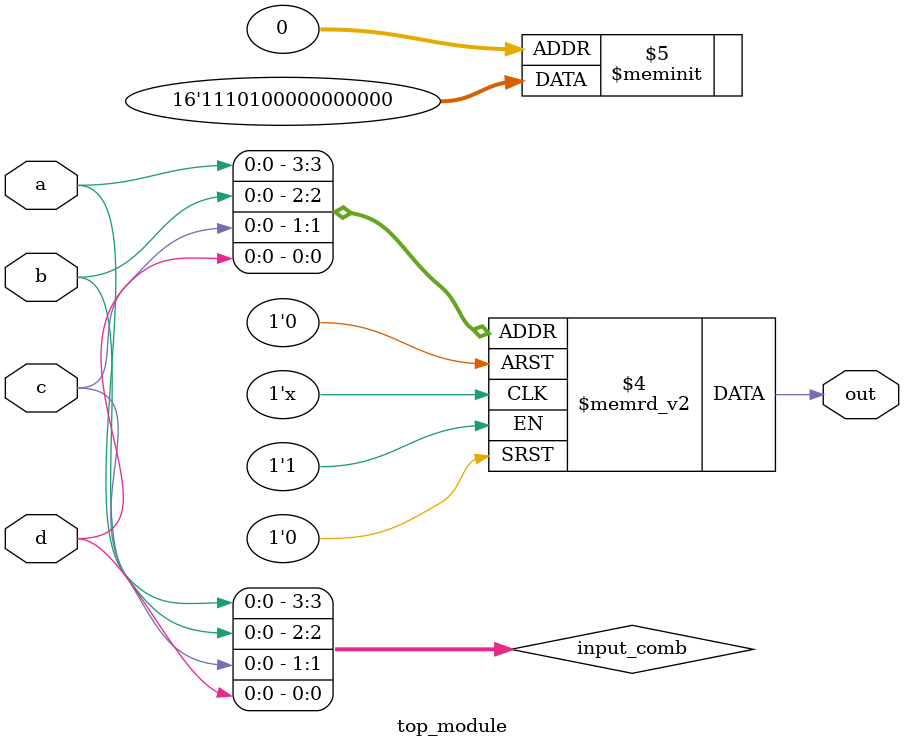
<source format=sv>
module top_module (
    input a, 
    input b,
    input c,
    input d,
    output reg out
);

// Input combination
reg [3:0] input_comb;

always @(a or b or c or d) begin
    // Combine the input bits into a 4-bit vector
    input_comb = {a, b, c, d};
    
    // Determine the output based on the input combination
    case(input_comb)
        4'b0000: out = 1'b0;
        4'b0001: out = 1'b0;
        4'b0010: out = 1'b0;
        4'b0011: out = 1'b0;
        4'b0100: out = 1'b0;
        4'b0101: out = 1'b0;
        4'b0110: out = 1'b0;
        4'b0111: out = 1'b0;
        4'b1000: out = 1'b0;
        4'b1001: out = 1'b0;
        4'b1010: out = 1'b0;
        4'b1011: out = 1'b1;
        4'b1100: out = 1'b0;
        4'b1101: out = 1'b1;
        4'b1110: out = 1'b1;
        4'b1111: out = 1'b1;
        default: out = 1'b0; // Handling undefined input combinations
    endcase
end

endmodule

</source>
